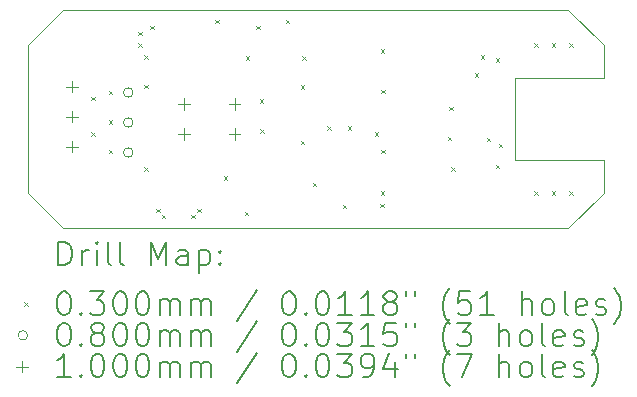
<source format=gbr>
%TF.GenerationSoftware,KiCad,Pcbnew,8.0.1*%
%TF.CreationDate,2024-10-18T10:30:48+02:00*%
%TF.ProjectId,Curmea,4375726d-6561-42e6-9b69-6361645f7063,rev?*%
%TF.SameCoordinates,Original*%
%TF.FileFunction,Drillmap*%
%TF.FilePolarity,Positive*%
%FSLAX45Y45*%
G04 Gerber Fmt 4.5, Leading zero omitted, Abs format (unit mm)*
G04 Created by KiCad (PCBNEW 8.0.1) date 2024-10-18 10:30:48*
%MOMM*%
%LPD*%
G01*
G04 APERTURE LIST*
%ADD10C,0.050000*%
%ADD11C,0.200000*%
%ADD12C,0.100000*%
G04 APERTURE END LIST*
D10*
X15475000Y-7525000D02*
X15475000Y-8225000D01*
X16225000Y-8500000D02*
X15925000Y-8800000D01*
X15925000Y-6950000D02*
X11650000Y-6950000D01*
X11350000Y-7250000D02*
X11350000Y-8500000D01*
X15925000Y-8800000D02*
X11650000Y-8800000D01*
X16225000Y-8225000D02*
X16225000Y-8500000D01*
X11650000Y-8800000D02*
X11350000Y-8500000D01*
X15475000Y-8225000D02*
X16225000Y-8225000D01*
X16225000Y-7250000D02*
X16225000Y-7525000D01*
X15925000Y-6950000D02*
X16225000Y-7250000D01*
X11650000Y-6950000D02*
X11350000Y-7250000D01*
X16225000Y-7525000D02*
X15475000Y-7525000D01*
D11*
D12*
X11885000Y-7685000D02*
X11915000Y-7715000D01*
X11915000Y-7685000D02*
X11885000Y-7715000D01*
X11885000Y-7985000D02*
X11915000Y-8015000D01*
X11915000Y-7985000D02*
X11885000Y-8015000D01*
X12035000Y-7635000D02*
X12065000Y-7665000D01*
X12065000Y-7635000D02*
X12035000Y-7665000D01*
X12035000Y-7885000D02*
X12065000Y-7915000D01*
X12065000Y-7885000D02*
X12035000Y-7915000D01*
X12035000Y-8135000D02*
X12065000Y-8165000D01*
X12065000Y-8135000D02*
X12035000Y-8165000D01*
X12285000Y-7135000D02*
X12315000Y-7165000D01*
X12315000Y-7135000D02*
X12285000Y-7165000D01*
X12285000Y-7235000D02*
X12315000Y-7265000D01*
X12315000Y-7235000D02*
X12285000Y-7265000D01*
X12335000Y-7335000D02*
X12365000Y-7365000D01*
X12365000Y-7335000D02*
X12335000Y-7365000D01*
X12335000Y-7585000D02*
X12365000Y-7615000D01*
X12365000Y-7585000D02*
X12335000Y-7615000D01*
X12335000Y-8285000D02*
X12365000Y-8315000D01*
X12365000Y-8285000D02*
X12335000Y-8315000D01*
X12385000Y-7085000D02*
X12415000Y-7115000D01*
X12415000Y-7085000D02*
X12385000Y-7115000D01*
X12435000Y-8635000D02*
X12465000Y-8665000D01*
X12465000Y-8635000D02*
X12435000Y-8665000D01*
X12485000Y-8685000D02*
X12515000Y-8715000D01*
X12515000Y-8685000D02*
X12485000Y-8715000D01*
X12735000Y-8685000D02*
X12765000Y-8715000D01*
X12765000Y-8685000D02*
X12735000Y-8715000D01*
X12785000Y-8635000D02*
X12815000Y-8665000D01*
X12815000Y-8635000D02*
X12785000Y-8665000D01*
X12935000Y-7035000D02*
X12965000Y-7065000D01*
X12965000Y-7035000D02*
X12935000Y-7065000D01*
X13010000Y-8360000D02*
X13040000Y-8390000D01*
X13040000Y-8360000D02*
X13010000Y-8390000D01*
X13185000Y-8660000D02*
X13215000Y-8690000D01*
X13215000Y-8660000D02*
X13185000Y-8690000D01*
X13195000Y-7345000D02*
X13225000Y-7375000D01*
X13225000Y-7345000D02*
X13195000Y-7375000D01*
X13285000Y-7085000D02*
X13315000Y-7115000D01*
X13315000Y-7085000D02*
X13285000Y-7115000D01*
X13312340Y-7708012D02*
X13342340Y-7738012D01*
X13342340Y-7708012D02*
X13312340Y-7738012D01*
X13315902Y-7960884D02*
X13345902Y-7990884D01*
X13345902Y-7960884D02*
X13315902Y-7990884D01*
X13535000Y-7035000D02*
X13565000Y-7065000D01*
X13565000Y-7035000D02*
X13535000Y-7065000D01*
X13660008Y-8058732D02*
X13690008Y-8088732D01*
X13690008Y-8058732D02*
X13660008Y-8088732D01*
X13661375Y-7590480D02*
X13691375Y-7620480D01*
X13691375Y-7590480D02*
X13661375Y-7620480D01*
X13675000Y-7345000D02*
X13705000Y-7375000D01*
X13705000Y-7345000D02*
X13675000Y-7375000D01*
X13760000Y-8415000D02*
X13790000Y-8445000D01*
X13790000Y-8415000D02*
X13760000Y-8445000D01*
X13885000Y-7935000D02*
X13915000Y-7965000D01*
X13915000Y-7935000D02*
X13885000Y-7965000D01*
X14015008Y-8600800D02*
X14045008Y-8630800D01*
X14045008Y-8600800D02*
X14015008Y-8630800D01*
X14060000Y-7935000D02*
X14090000Y-7965000D01*
X14090000Y-7935000D02*
X14060000Y-7965000D01*
X14285000Y-7985000D02*
X14315000Y-8015000D01*
X14315000Y-7985000D02*
X14285000Y-8015000D01*
X14335076Y-8592977D02*
X14365076Y-8622977D01*
X14365076Y-8592977D02*
X14335076Y-8622977D01*
X14337000Y-7285000D02*
X14367000Y-7315000D01*
X14367000Y-7285000D02*
X14337000Y-7315000D01*
X14338000Y-8485000D02*
X14368000Y-8515000D01*
X14368000Y-8485000D02*
X14338000Y-8515000D01*
X14340000Y-8135000D02*
X14370000Y-8165000D01*
X14370000Y-8135000D02*
X14340000Y-8165000D01*
X14341132Y-7625000D02*
X14371132Y-7655000D01*
X14371132Y-7625000D02*
X14341132Y-7655000D01*
X14905000Y-8025000D02*
X14935000Y-8055000D01*
X14935000Y-8025000D02*
X14905000Y-8055000D01*
X14919000Y-7769000D02*
X14949000Y-7799000D01*
X14949000Y-7769000D02*
X14919000Y-7799000D01*
X14935000Y-8285000D02*
X14965000Y-8315000D01*
X14965000Y-8285000D02*
X14935000Y-8315000D01*
X15135000Y-7485000D02*
X15165000Y-7515000D01*
X15165000Y-7485000D02*
X15135000Y-7515000D01*
X15185000Y-7335000D02*
X15215000Y-7365000D01*
X15215000Y-7335000D02*
X15185000Y-7365000D01*
X15235000Y-8035000D02*
X15265000Y-8065000D01*
X15265000Y-8035000D02*
X15235000Y-8065000D01*
X15310000Y-7360000D02*
X15340000Y-7390000D01*
X15340000Y-7360000D02*
X15310000Y-7390000D01*
X15310000Y-8260000D02*
X15340000Y-8290000D01*
X15340000Y-8260000D02*
X15310000Y-8290000D01*
X15335000Y-8085000D02*
X15365000Y-8115000D01*
X15365000Y-8085000D02*
X15335000Y-8115000D01*
X15635000Y-7235000D02*
X15665000Y-7265000D01*
X15665000Y-7235000D02*
X15635000Y-7265000D01*
X15635000Y-8485000D02*
X15665000Y-8515000D01*
X15665000Y-8485000D02*
X15635000Y-8515000D01*
X15785000Y-7235000D02*
X15815000Y-7265000D01*
X15815000Y-7235000D02*
X15785000Y-7265000D01*
X15785000Y-8485000D02*
X15815000Y-8515000D01*
X15815000Y-8485000D02*
X15785000Y-8515000D01*
X15935000Y-7235000D02*
X15965000Y-7265000D01*
X15965000Y-7235000D02*
X15935000Y-7265000D01*
X15935000Y-8485000D02*
X15965000Y-8515000D01*
X15965000Y-8485000D02*
X15935000Y-8515000D01*
X12240000Y-7650000D02*
G75*
G02*
X12160000Y-7650000I-40000J0D01*
G01*
X12160000Y-7650000D02*
G75*
G02*
X12240000Y-7650000I40000J0D01*
G01*
X12240000Y-7904000D02*
G75*
G02*
X12160000Y-7904000I-40000J0D01*
G01*
X12160000Y-7904000D02*
G75*
G02*
X12240000Y-7904000I40000J0D01*
G01*
X12240000Y-8158000D02*
G75*
G02*
X12160000Y-8158000I-40000J0D01*
G01*
X12160000Y-8158000D02*
G75*
G02*
X12240000Y-8158000I40000J0D01*
G01*
X11725000Y-7550000D02*
X11725000Y-7650000D01*
X11675000Y-7600000D02*
X11775000Y-7600000D01*
X11725000Y-7804000D02*
X11725000Y-7904000D01*
X11675000Y-7854000D02*
X11775000Y-7854000D01*
X11725000Y-8058000D02*
X11725000Y-8158000D01*
X11675000Y-8108000D02*
X11775000Y-8108000D01*
X12675000Y-7700000D02*
X12675000Y-7800000D01*
X12625000Y-7750000D02*
X12725000Y-7750000D01*
X12675000Y-7954000D02*
X12675000Y-8054000D01*
X12625000Y-8004000D02*
X12725000Y-8004000D01*
X13100000Y-7700000D02*
X13100000Y-7800000D01*
X13050000Y-7750000D02*
X13150000Y-7750000D01*
X13100000Y-7954000D02*
X13100000Y-8054000D01*
X13050000Y-8004000D02*
X13150000Y-8004000D01*
D11*
X11608277Y-9113984D02*
X11608277Y-8913984D01*
X11608277Y-8913984D02*
X11655896Y-8913984D01*
X11655896Y-8913984D02*
X11684467Y-8923508D01*
X11684467Y-8923508D02*
X11703515Y-8942555D01*
X11703515Y-8942555D02*
X11713039Y-8961603D01*
X11713039Y-8961603D02*
X11722562Y-8999698D01*
X11722562Y-8999698D02*
X11722562Y-9028270D01*
X11722562Y-9028270D02*
X11713039Y-9066365D01*
X11713039Y-9066365D02*
X11703515Y-9085412D01*
X11703515Y-9085412D02*
X11684467Y-9104460D01*
X11684467Y-9104460D02*
X11655896Y-9113984D01*
X11655896Y-9113984D02*
X11608277Y-9113984D01*
X11808277Y-9113984D02*
X11808277Y-8980650D01*
X11808277Y-9018746D02*
X11817801Y-8999698D01*
X11817801Y-8999698D02*
X11827324Y-8990174D01*
X11827324Y-8990174D02*
X11846372Y-8980650D01*
X11846372Y-8980650D02*
X11865420Y-8980650D01*
X11932086Y-9113984D02*
X11932086Y-8980650D01*
X11932086Y-8913984D02*
X11922562Y-8923508D01*
X11922562Y-8923508D02*
X11932086Y-8933031D01*
X11932086Y-8933031D02*
X11941610Y-8923508D01*
X11941610Y-8923508D02*
X11932086Y-8913984D01*
X11932086Y-8913984D02*
X11932086Y-8933031D01*
X12055896Y-9113984D02*
X12036848Y-9104460D01*
X12036848Y-9104460D02*
X12027324Y-9085412D01*
X12027324Y-9085412D02*
X12027324Y-8913984D01*
X12160658Y-9113984D02*
X12141610Y-9104460D01*
X12141610Y-9104460D02*
X12132086Y-9085412D01*
X12132086Y-9085412D02*
X12132086Y-8913984D01*
X12389229Y-9113984D02*
X12389229Y-8913984D01*
X12389229Y-8913984D02*
X12455896Y-9056841D01*
X12455896Y-9056841D02*
X12522562Y-8913984D01*
X12522562Y-8913984D02*
X12522562Y-9113984D01*
X12703515Y-9113984D02*
X12703515Y-9009222D01*
X12703515Y-9009222D02*
X12693991Y-8990174D01*
X12693991Y-8990174D02*
X12674943Y-8980650D01*
X12674943Y-8980650D02*
X12636848Y-8980650D01*
X12636848Y-8980650D02*
X12617801Y-8990174D01*
X12703515Y-9104460D02*
X12684467Y-9113984D01*
X12684467Y-9113984D02*
X12636848Y-9113984D01*
X12636848Y-9113984D02*
X12617801Y-9104460D01*
X12617801Y-9104460D02*
X12608277Y-9085412D01*
X12608277Y-9085412D02*
X12608277Y-9066365D01*
X12608277Y-9066365D02*
X12617801Y-9047317D01*
X12617801Y-9047317D02*
X12636848Y-9037793D01*
X12636848Y-9037793D02*
X12684467Y-9037793D01*
X12684467Y-9037793D02*
X12703515Y-9028270D01*
X12798753Y-8980650D02*
X12798753Y-9180650D01*
X12798753Y-8990174D02*
X12817801Y-8980650D01*
X12817801Y-8980650D02*
X12855896Y-8980650D01*
X12855896Y-8980650D02*
X12874943Y-8990174D01*
X12874943Y-8990174D02*
X12884467Y-8999698D01*
X12884467Y-8999698D02*
X12893991Y-9018746D01*
X12893991Y-9018746D02*
X12893991Y-9075889D01*
X12893991Y-9075889D02*
X12884467Y-9094936D01*
X12884467Y-9094936D02*
X12874943Y-9104460D01*
X12874943Y-9104460D02*
X12855896Y-9113984D01*
X12855896Y-9113984D02*
X12817801Y-9113984D01*
X12817801Y-9113984D02*
X12798753Y-9104460D01*
X12979705Y-9094936D02*
X12989229Y-9104460D01*
X12989229Y-9104460D02*
X12979705Y-9113984D01*
X12979705Y-9113984D02*
X12970182Y-9104460D01*
X12970182Y-9104460D02*
X12979705Y-9094936D01*
X12979705Y-9094936D02*
X12979705Y-9113984D01*
X12979705Y-8990174D02*
X12989229Y-8999698D01*
X12989229Y-8999698D02*
X12979705Y-9009222D01*
X12979705Y-9009222D02*
X12970182Y-8999698D01*
X12970182Y-8999698D02*
X12979705Y-8990174D01*
X12979705Y-8990174D02*
X12979705Y-9009222D01*
D12*
X11317500Y-9427500D02*
X11347500Y-9457500D01*
X11347500Y-9427500D02*
X11317500Y-9457500D01*
D11*
X11646372Y-9333984D02*
X11665420Y-9333984D01*
X11665420Y-9333984D02*
X11684467Y-9343508D01*
X11684467Y-9343508D02*
X11693991Y-9353031D01*
X11693991Y-9353031D02*
X11703515Y-9372079D01*
X11703515Y-9372079D02*
X11713039Y-9410174D01*
X11713039Y-9410174D02*
X11713039Y-9457793D01*
X11713039Y-9457793D02*
X11703515Y-9495889D01*
X11703515Y-9495889D02*
X11693991Y-9514936D01*
X11693991Y-9514936D02*
X11684467Y-9524460D01*
X11684467Y-9524460D02*
X11665420Y-9533984D01*
X11665420Y-9533984D02*
X11646372Y-9533984D01*
X11646372Y-9533984D02*
X11627324Y-9524460D01*
X11627324Y-9524460D02*
X11617801Y-9514936D01*
X11617801Y-9514936D02*
X11608277Y-9495889D01*
X11608277Y-9495889D02*
X11598753Y-9457793D01*
X11598753Y-9457793D02*
X11598753Y-9410174D01*
X11598753Y-9410174D02*
X11608277Y-9372079D01*
X11608277Y-9372079D02*
X11617801Y-9353031D01*
X11617801Y-9353031D02*
X11627324Y-9343508D01*
X11627324Y-9343508D02*
X11646372Y-9333984D01*
X11798753Y-9514936D02*
X11808277Y-9524460D01*
X11808277Y-9524460D02*
X11798753Y-9533984D01*
X11798753Y-9533984D02*
X11789229Y-9524460D01*
X11789229Y-9524460D02*
X11798753Y-9514936D01*
X11798753Y-9514936D02*
X11798753Y-9533984D01*
X11874943Y-9333984D02*
X11998753Y-9333984D01*
X11998753Y-9333984D02*
X11932086Y-9410174D01*
X11932086Y-9410174D02*
X11960658Y-9410174D01*
X11960658Y-9410174D02*
X11979705Y-9419698D01*
X11979705Y-9419698D02*
X11989229Y-9429222D01*
X11989229Y-9429222D02*
X11998753Y-9448270D01*
X11998753Y-9448270D02*
X11998753Y-9495889D01*
X11998753Y-9495889D02*
X11989229Y-9514936D01*
X11989229Y-9514936D02*
X11979705Y-9524460D01*
X11979705Y-9524460D02*
X11960658Y-9533984D01*
X11960658Y-9533984D02*
X11903515Y-9533984D01*
X11903515Y-9533984D02*
X11884467Y-9524460D01*
X11884467Y-9524460D02*
X11874943Y-9514936D01*
X12122562Y-9333984D02*
X12141610Y-9333984D01*
X12141610Y-9333984D02*
X12160658Y-9343508D01*
X12160658Y-9343508D02*
X12170182Y-9353031D01*
X12170182Y-9353031D02*
X12179705Y-9372079D01*
X12179705Y-9372079D02*
X12189229Y-9410174D01*
X12189229Y-9410174D02*
X12189229Y-9457793D01*
X12189229Y-9457793D02*
X12179705Y-9495889D01*
X12179705Y-9495889D02*
X12170182Y-9514936D01*
X12170182Y-9514936D02*
X12160658Y-9524460D01*
X12160658Y-9524460D02*
X12141610Y-9533984D01*
X12141610Y-9533984D02*
X12122562Y-9533984D01*
X12122562Y-9533984D02*
X12103515Y-9524460D01*
X12103515Y-9524460D02*
X12093991Y-9514936D01*
X12093991Y-9514936D02*
X12084467Y-9495889D01*
X12084467Y-9495889D02*
X12074943Y-9457793D01*
X12074943Y-9457793D02*
X12074943Y-9410174D01*
X12074943Y-9410174D02*
X12084467Y-9372079D01*
X12084467Y-9372079D02*
X12093991Y-9353031D01*
X12093991Y-9353031D02*
X12103515Y-9343508D01*
X12103515Y-9343508D02*
X12122562Y-9333984D01*
X12313039Y-9333984D02*
X12332086Y-9333984D01*
X12332086Y-9333984D02*
X12351134Y-9343508D01*
X12351134Y-9343508D02*
X12360658Y-9353031D01*
X12360658Y-9353031D02*
X12370182Y-9372079D01*
X12370182Y-9372079D02*
X12379705Y-9410174D01*
X12379705Y-9410174D02*
X12379705Y-9457793D01*
X12379705Y-9457793D02*
X12370182Y-9495889D01*
X12370182Y-9495889D02*
X12360658Y-9514936D01*
X12360658Y-9514936D02*
X12351134Y-9524460D01*
X12351134Y-9524460D02*
X12332086Y-9533984D01*
X12332086Y-9533984D02*
X12313039Y-9533984D01*
X12313039Y-9533984D02*
X12293991Y-9524460D01*
X12293991Y-9524460D02*
X12284467Y-9514936D01*
X12284467Y-9514936D02*
X12274943Y-9495889D01*
X12274943Y-9495889D02*
X12265420Y-9457793D01*
X12265420Y-9457793D02*
X12265420Y-9410174D01*
X12265420Y-9410174D02*
X12274943Y-9372079D01*
X12274943Y-9372079D02*
X12284467Y-9353031D01*
X12284467Y-9353031D02*
X12293991Y-9343508D01*
X12293991Y-9343508D02*
X12313039Y-9333984D01*
X12465420Y-9533984D02*
X12465420Y-9400650D01*
X12465420Y-9419698D02*
X12474943Y-9410174D01*
X12474943Y-9410174D02*
X12493991Y-9400650D01*
X12493991Y-9400650D02*
X12522563Y-9400650D01*
X12522563Y-9400650D02*
X12541610Y-9410174D01*
X12541610Y-9410174D02*
X12551134Y-9429222D01*
X12551134Y-9429222D02*
X12551134Y-9533984D01*
X12551134Y-9429222D02*
X12560658Y-9410174D01*
X12560658Y-9410174D02*
X12579705Y-9400650D01*
X12579705Y-9400650D02*
X12608277Y-9400650D01*
X12608277Y-9400650D02*
X12627324Y-9410174D01*
X12627324Y-9410174D02*
X12636848Y-9429222D01*
X12636848Y-9429222D02*
X12636848Y-9533984D01*
X12732086Y-9533984D02*
X12732086Y-9400650D01*
X12732086Y-9419698D02*
X12741610Y-9410174D01*
X12741610Y-9410174D02*
X12760658Y-9400650D01*
X12760658Y-9400650D02*
X12789229Y-9400650D01*
X12789229Y-9400650D02*
X12808277Y-9410174D01*
X12808277Y-9410174D02*
X12817801Y-9429222D01*
X12817801Y-9429222D02*
X12817801Y-9533984D01*
X12817801Y-9429222D02*
X12827324Y-9410174D01*
X12827324Y-9410174D02*
X12846372Y-9400650D01*
X12846372Y-9400650D02*
X12874943Y-9400650D01*
X12874943Y-9400650D02*
X12893991Y-9410174D01*
X12893991Y-9410174D02*
X12903515Y-9429222D01*
X12903515Y-9429222D02*
X12903515Y-9533984D01*
X13293991Y-9324460D02*
X13122563Y-9581603D01*
X13551134Y-9333984D02*
X13570182Y-9333984D01*
X13570182Y-9333984D02*
X13589229Y-9343508D01*
X13589229Y-9343508D02*
X13598753Y-9353031D01*
X13598753Y-9353031D02*
X13608277Y-9372079D01*
X13608277Y-9372079D02*
X13617801Y-9410174D01*
X13617801Y-9410174D02*
X13617801Y-9457793D01*
X13617801Y-9457793D02*
X13608277Y-9495889D01*
X13608277Y-9495889D02*
X13598753Y-9514936D01*
X13598753Y-9514936D02*
X13589229Y-9524460D01*
X13589229Y-9524460D02*
X13570182Y-9533984D01*
X13570182Y-9533984D02*
X13551134Y-9533984D01*
X13551134Y-9533984D02*
X13532086Y-9524460D01*
X13532086Y-9524460D02*
X13522563Y-9514936D01*
X13522563Y-9514936D02*
X13513039Y-9495889D01*
X13513039Y-9495889D02*
X13503515Y-9457793D01*
X13503515Y-9457793D02*
X13503515Y-9410174D01*
X13503515Y-9410174D02*
X13513039Y-9372079D01*
X13513039Y-9372079D02*
X13522563Y-9353031D01*
X13522563Y-9353031D02*
X13532086Y-9343508D01*
X13532086Y-9343508D02*
X13551134Y-9333984D01*
X13703515Y-9514936D02*
X13713039Y-9524460D01*
X13713039Y-9524460D02*
X13703515Y-9533984D01*
X13703515Y-9533984D02*
X13693991Y-9524460D01*
X13693991Y-9524460D02*
X13703515Y-9514936D01*
X13703515Y-9514936D02*
X13703515Y-9533984D01*
X13836848Y-9333984D02*
X13855896Y-9333984D01*
X13855896Y-9333984D02*
X13874944Y-9343508D01*
X13874944Y-9343508D02*
X13884467Y-9353031D01*
X13884467Y-9353031D02*
X13893991Y-9372079D01*
X13893991Y-9372079D02*
X13903515Y-9410174D01*
X13903515Y-9410174D02*
X13903515Y-9457793D01*
X13903515Y-9457793D02*
X13893991Y-9495889D01*
X13893991Y-9495889D02*
X13884467Y-9514936D01*
X13884467Y-9514936D02*
X13874944Y-9524460D01*
X13874944Y-9524460D02*
X13855896Y-9533984D01*
X13855896Y-9533984D02*
X13836848Y-9533984D01*
X13836848Y-9533984D02*
X13817801Y-9524460D01*
X13817801Y-9524460D02*
X13808277Y-9514936D01*
X13808277Y-9514936D02*
X13798753Y-9495889D01*
X13798753Y-9495889D02*
X13789229Y-9457793D01*
X13789229Y-9457793D02*
X13789229Y-9410174D01*
X13789229Y-9410174D02*
X13798753Y-9372079D01*
X13798753Y-9372079D02*
X13808277Y-9353031D01*
X13808277Y-9353031D02*
X13817801Y-9343508D01*
X13817801Y-9343508D02*
X13836848Y-9333984D01*
X14093991Y-9533984D02*
X13979706Y-9533984D01*
X14036848Y-9533984D02*
X14036848Y-9333984D01*
X14036848Y-9333984D02*
X14017801Y-9362555D01*
X14017801Y-9362555D02*
X13998753Y-9381603D01*
X13998753Y-9381603D02*
X13979706Y-9391127D01*
X14284467Y-9533984D02*
X14170182Y-9533984D01*
X14227325Y-9533984D02*
X14227325Y-9333984D01*
X14227325Y-9333984D02*
X14208277Y-9362555D01*
X14208277Y-9362555D02*
X14189229Y-9381603D01*
X14189229Y-9381603D02*
X14170182Y-9391127D01*
X14398753Y-9419698D02*
X14379706Y-9410174D01*
X14379706Y-9410174D02*
X14370182Y-9400650D01*
X14370182Y-9400650D02*
X14360658Y-9381603D01*
X14360658Y-9381603D02*
X14360658Y-9372079D01*
X14360658Y-9372079D02*
X14370182Y-9353031D01*
X14370182Y-9353031D02*
X14379706Y-9343508D01*
X14379706Y-9343508D02*
X14398753Y-9333984D01*
X14398753Y-9333984D02*
X14436848Y-9333984D01*
X14436848Y-9333984D02*
X14455896Y-9343508D01*
X14455896Y-9343508D02*
X14465420Y-9353031D01*
X14465420Y-9353031D02*
X14474944Y-9372079D01*
X14474944Y-9372079D02*
X14474944Y-9381603D01*
X14474944Y-9381603D02*
X14465420Y-9400650D01*
X14465420Y-9400650D02*
X14455896Y-9410174D01*
X14455896Y-9410174D02*
X14436848Y-9419698D01*
X14436848Y-9419698D02*
X14398753Y-9419698D01*
X14398753Y-9419698D02*
X14379706Y-9429222D01*
X14379706Y-9429222D02*
X14370182Y-9438746D01*
X14370182Y-9438746D02*
X14360658Y-9457793D01*
X14360658Y-9457793D02*
X14360658Y-9495889D01*
X14360658Y-9495889D02*
X14370182Y-9514936D01*
X14370182Y-9514936D02*
X14379706Y-9524460D01*
X14379706Y-9524460D02*
X14398753Y-9533984D01*
X14398753Y-9533984D02*
X14436848Y-9533984D01*
X14436848Y-9533984D02*
X14455896Y-9524460D01*
X14455896Y-9524460D02*
X14465420Y-9514936D01*
X14465420Y-9514936D02*
X14474944Y-9495889D01*
X14474944Y-9495889D02*
X14474944Y-9457793D01*
X14474944Y-9457793D02*
X14465420Y-9438746D01*
X14465420Y-9438746D02*
X14455896Y-9429222D01*
X14455896Y-9429222D02*
X14436848Y-9419698D01*
X14551134Y-9333984D02*
X14551134Y-9372079D01*
X14627325Y-9333984D02*
X14627325Y-9372079D01*
X14922563Y-9610174D02*
X14913039Y-9600650D01*
X14913039Y-9600650D02*
X14893991Y-9572079D01*
X14893991Y-9572079D02*
X14884468Y-9553031D01*
X14884468Y-9553031D02*
X14874944Y-9524460D01*
X14874944Y-9524460D02*
X14865420Y-9476841D01*
X14865420Y-9476841D02*
X14865420Y-9438746D01*
X14865420Y-9438746D02*
X14874944Y-9391127D01*
X14874944Y-9391127D02*
X14884468Y-9362555D01*
X14884468Y-9362555D02*
X14893991Y-9343508D01*
X14893991Y-9343508D02*
X14913039Y-9314936D01*
X14913039Y-9314936D02*
X14922563Y-9305412D01*
X15093991Y-9333984D02*
X14998753Y-9333984D01*
X14998753Y-9333984D02*
X14989229Y-9429222D01*
X14989229Y-9429222D02*
X14998753Y-9419698D01*
X14998753Y-9419698D02*
X15017801Y-9410174D01*
X15017801Y-9410174D02*
X15065420Y-9410174D01*
X15065420Y-9410174D02*
X15084468Y-9419698D01*
X15084468Y-9419698D02*
X15093991Y-9429222D01*
X15093991Y-9429222D02*
X15103515Y-9448270D01*
X15103515Y-9448270D02*
X15103515Y-9495889D01*
X15103515Y-9495889D02*
X15093991Y-9514936D01*
X15093991Y-9514936D02*
X15084468Y-9524460D01*
X15084468Y-9524460D02*
X15065420Y-9533984D01*
X15065420Y-9533984D02*
X15017801Y-9533984D01*
X15017801Y-9533984D02*
X14998753Y-9524460D01*
X14998753Y-9524460D02*
X14989229Y-9514936D01*
X15293991Y-9533984D02*
X15179706Y-9533984D01*
X15236848Y-9533984D02*
X15236848Y-9333984D01*
X15236848Y-9333984D02*
X15217801Y-9362555D01*
X15217801Y-9362555D02*
X15198753Y-9381603D01*
X15198753Y-9381603D02*
X15179706Y-9391127D01*
X15532087Y-9533984D02*
X15532087Y-9333984D01*
X15617801Y-9533984D02*
X15617801Y-9429222D01*
X15617801Y-9429222D02*
X15608277Y-9410174D01*
X15608277Y-9410174D02*
X15589230Y-9400650D01*
X15589230Y-9400650D02*
X15560658Y-9400650D01*
X15560658Y-9400650D02*
X15541610Y-9410174D01*
X15541610Y-9410174D02*
X15532087Y-9419698D01*
X15741610Y-9533984D02*
X15722563Y-9524460D01*
X15722563Y-9524460D02*
X15713039Y-9514936D01*
X15713039Y-9514936D02*
X15703515Y-9495889D01*
X15703515Y-9495889D02*
X15703515Y-9438746D01*
X15703515Y-9438746D02*
X15713039Y-9419698D01*
X15713039Y-9419698D02*
X15722563Y-9410174D01*
X15722563Y-9410174D02*
X15741610Y-9400650D01*
X15741610Y-9400650D02*
X15770182Y-9400650D01*
X15770182Y-9400650D02*
X15789230Y-9410174D01*
X15789230Y-9410174D02*
X15798753Y-9419698D01*
X15798753Y-9419698D02*
X15808277Y-9438746D01*
X15808277Y-9438746D02*
X15808277Y-9495889D01*
X15808277Y-9495889D02*
X15798753Y-9514936D01*
X15798753Y-9514936D02*
X15789230Y-9524460D01*
X15789230Y-9524460D02*
X15770182Y-9533984D01*
X15770182Y-9533984D02*
X15741610Y-9533984D01*
X15922563Y-9533984D02*
X15903515Y-9524460D01*
X15903515Y-9524460D02*
X15893991Y-9505412D01*
X15893991Y-9505412D02*
X15893991Y-9333984D01*
X16074944Y-9524460D02*
X16055896Y-9533984D01*
X16055896Y-9533984D02*
X16017801Y-9533984D01*
X16017801Y-9533984D02*
X15998753Y-9524460D01*
X15998753Y-9524460D02*
X15989230Y-9505412D01*
X15989230Y-9505412D02*
X15989230Y-9429222D01*
X15989230Y-9429222D02*
X15998753Y-9410174D01*
X15998753Y-9410174D02*
X16017801Y-9400650D01*
X16017801Y-9400650D02*
X16055896Y-9400650D01*
X16055896Y-9400650D02*
X16074944Y-9410174D01*
X16074944Y-9410174D02*
X16084468Y-9429222D01*
X16084468Y-9429222D02*
X16084468Y-9448270D01*
X16084468Y-9448270D02*
X15989230Y-9467317D01*
X16160658Y-9524460D02*
X16179706Y-9533984D01*
X16179706Y-9533984D02*
X16217801Y-9533984D01*
X16217801Y-9533984D02*
X16236849Y-9524460D01*
X16236849Y-9524460D02*
X16246372Y-9505412D01*
X16246372Y-9505412D02*
X16246372Y-9495889D01*
X16246372Y-9495889D02*
X16236849Y-9476841D01*
X16236849Y-9476841D02*
X16217801Y-9467317D01*
X16217801Y-9467317D02*
X16189230Y-9467317D01*
X16189230Y-9467317D02*
X16170182Y-9457793D01*
X16170182Y-9457793D02*
X16160658Y-9438746D01*
X16160658Y-9438746D02*
X16160658Y-9429222D01*
X16160658Y-9429222D02*
X16170182Y-9410174D01*
X16170182Y-9410174D02*
X16189230Y-9400650D01*
X16189230Y-9400650D02*
X16217801Y-9400650D01*
X16217801Y-9400650D02*
X16236849Y-9410174D01*
X16313039Y-9610174D02*
X16322563Y-9600650D01*
X16322563Y-9600650D02*
X16341611Y-9572079D01*
X16341611Y-9572079D02*
X16351134Y-9553031D01*
X16351134Y-9553031D02*
X16360658Y-9524460D01*
X16360658Y-9524460D02*
X16370182Y-9476841D01*
X16370182Y-9476841D02*
X16370182Y-9438746D01*
X16370182Y-9438746D02*
X16360658Y-9391127D01*
X16360658Y-9391127D02*
X16351134Y-9362555D01*
X16351134Y-9362555D02*
X16341611Y-9343508D01*
X16341611Y-9343508D02*
X16322563Y-9314936D01*
X16322563Y-9314936D02*
X16313039Y-9305412D01*
D12*
X11347500Y-9706500D02*
G75*
G02*
X11267500Y-9706500I-40000J0D01*
G01*
X11267500Y-9706500D02*
G75*
G02*
X11347500Y-9706500I40000J0D01*
G01*
D11*
X11646372Y-9597984D02*
X11665420Y-9597984D01*
X11665420Y-9597984D02*
X11684467Y-9607508D01*
X11684467Y-9607508D02*
X11693991Y-9617031D01*
X11693991Y-9617031D02*
X11703515Y-9636079D01*
X11703515Y-9636079D02*
X11713039Y-9674174D01*
X11713039Y-9674174D02*
X11713039Y-9721793D01*
X11713039Y-9721793D02*
X11703515Y-9759889D01*
X11703515Y-9759889D02*
X11693991Y-9778936D01*
X11693991Y-9778936D02*
X11684467Y-9788460D01*
X11684467Y-9788460D02*
X11665420Y-9797984D01*
X11665420Y-9797984D02*
X11646372Y-9797984D01*
X11646372Y-9797984D02*
X11627324Y-9788460D01*
X11627324Y-9788460D02*
X11617801Y-9778936D01*
X11617801Y-9778936D02*
X11608277Y-9759889D01*
X11608277Y-9759889D02*
X11598753Y-9721793D01*
X11598753Y-9721793D02*
X11598753Y-9674174D01*
X11598753Y-9674174D02*
X11608277Y-9636079D01*
X11608277Y-9636079D02*
X11617801Y-9617031D01*
X11617801Y-9617031D02*
X11627324Y-9607508D01*
X11627324Y-9607508D02*
X11646372Y-9597984D01*
X11798753Y-9778936D02*
X11808277Y-9788460D01*
X11808277Y-9788460D02*
X11798753Y-9797984D01*
X11798753Y-9797984D02*
X11789229Y-9788460D01*
X11789229Y-9788460D02*
X11798753Y-9778936D01*
X11798753Y-9778936D02*
X11798753Y-9797984D01*
X11922562Y-9683698D02*
X11903515Y-9674174D01*
X11903515Y-9674174D02*
X11893991Y-9664650D01*
X11893991Y-9664650D02*
X11884467Y-9645603D01*
X11884467Y-9645603D02*
X11884467Y-9636079D01*
X11884467Y-9636079D02*
X11893991Y-9617031D01*
X11893991Y-9617031D02*
X11903515Y-9607508D01*
X11903515Y-9607508D02*
X11922562Y-9597984D01*
X11922562Y-9597984D02*
X11960658Y-9597984D01*
X11960658Y-9597984D02*
X11979705Y-9607508D01*
X11979705Y-9607508D02*
X11989229Y-9617031D01*
X11989229Y-9617031D02*
X11998753Y-9636079D01*
X11998753Y-9636079D02*
X11998753Y-9645603D01*
X11998753Y-9645603D02*
X11989229Y-9664650D01*
X11989229Y-9664650D02*
X11979705Y-9674174D01*
X11979705Y-9674174D02*
X11960658Y-9683698D01*
X11960658Y-9683698D02*
X11922562Y-9683698D01*
X11922562Y-9683698D02*
X11903515Y-9693222D01*
X11903515Y-9693222D02*
X11893991Y-9702746D01*
X11893991Y-9702746D02*
X11884467Y-9721793D01*
X11884467Y-9721793D02*
X11884467Y-9759889D01*
X11884467Y-9759889D02*
X11893991Y-9778936D01*
X11893991Y-9778936D02*
X11903515Y-9788460D01*
X11903515Y-9788460D02*
X11922562Y-9797984D01*
X11922562Y-9797984D02*
X11960658Y-9797984D01*
X11960658Y-9797984D02*
X11979705Y-9788460D01*
X11979705Y-9788460D02*
X11989229Y-9778936D01*
X11989229Y-9778936D02*
X11998753Y-9759889D01*
X11998753Y-9759889D02*
X11998753Y-9721793D01*
X11998753Y-9721793D02*
X11989229Y-9702746D01*
X11989229Y-9702746D02*
X11979705Y-9693222D01*
X11979705Y-9693222D02*
X11960658Y-9683698D01*
X12122562Y-9597984D02*
X12141610Y-9597984D01*
X12141610Y-9597984D02*
X12160658Y-9607508D01*
X12160658Y-9607508D02*
X12170182Y-9617031D01*
X12170182Y-9617031D02*
X12179705Y-9636079D01*
X12179705Y-9636079D02*
X12189229Y-9674174D01*
X12189229Y-9674174D02*
X12189229Y-9721793D01*
X12189229Y-9721793D02*
X12179705Y-9759889D01*
X12179705Y-9759889D02*
X12170182Y-9778936D01*
X12170182Y-9778936D02*
X12160658Y-9788460D01*
X12160658Y-9788460D02*
X12141610Y-9797984D01*
X12141610Y-9797984D02*
X12122562Y-9797984D01*
X12122562Y-9797984D02*
X12103515Y-9788460D01*
X12103515Y-9788460D02*
X12093991Y-9778936D01*
X12093991Y-9778936D02*
X12084467Y-9759889D01*
X12084467Y-9759889D02*
X12074943Y-9721793D01*
X12074943Y-9721793D02*
X12074943Y-9674174D01*
X12074943Y-9674174D02*
X12084467Y-9636079D01*
X12084467Y-9636079D02*
X12093991Y-9617031D01*
X12093991Y-9617031D02*
X12103515Y-9607508D01*
X12103515Y-9607508D02*
X12122562Y-9597984D01*
X12313039Y-9597984D02*
X12332086Y-9597984D01*
X12332086Y-9597984D02*
X12351134Y-9607508D01*
X12351134Y-9607508D02*
X12360658Y-9617031D01*
X12360658Y-9617031D02*
X12370182Y-9636079D01*
X12370182Y-9636079D02*
X12379705Y-9674174D01*
X12379705Y-9674174D02*
X12379705Y-9721793D01*
X12379705Y-9721793D02*
X12370182Y-9759889D01*
X12370182Y-9759889D02*
X12360658Y-9778936D01*
X12360658Y-9778936D02*
X12351134Y-9788460D01*
X12351134Y-9788460D02*
X12332086Y-9797984D01*
X12332086Y-9797984D02*
X12313039Y-9797984D01*
X12313039Y-9797984D02*
X12293991Y-9788460D01*
X12293991Y-9788460D02*
X12284467Y-9778936D01*
X12284467Y-9778936D02*
X12274943Y-9759889D01*
X12274943Y-9759889D02*
X12265420Y-9721793D01*
X12265420Y-9721793D02*
X12265420Y-9674174D01*
X12265420Y-9674174D02*
X12274943Y-9636079D01*
X12274943Y-9636079D02*
X12284467Y-9617031D01*
X12284467Y-9617031D02*
X12293991Y-9607508D01*
X12293991Y-9607508D02*
X12313039Y-9597984D01*
X12465420Y-9797984D02*
X12465420Y-9664650D01*
X12465420Y-9683698D02*
X12474943Y-9674174D01*
X12474943Y-9674174D02*
X12493991Y-9664650D01*
X12493991Y-9664650D02*
X12522563Y-9664650D01*
X12522563Y-9664650D02*
X12541610Y-9674174D01*
X12541610Y-9674174D02*
X12551134Y-9693222D01*
X12551134Y-9693222D02*
X12551134Y-9797984D01*
X12551134Y-9693222D02*
X12560658Y-9674174D01*
X12560658Y-9674174D02*
X12579705Y-9664650D01*
X12579705Y-9664650D02*
X12608277Y-9664650D01*
X12608277Y-9664650D02*
X12627324Y-9674174D01*
X12627324Y-9674174D02*
X12636848Y-9693222D01*
X12636848Y-9693222D02*
X12636848Y-9797984D01*
X12732086Y-9797984D02*
X12732086Y-9664650D01*
X12732086Y-9683698D02*
X12741610Y-9674174D01*
X12741610Y-9674174D02*
X12760658Y-9664650D01*
X12760658Y-9664650D02*
X12789229Y-9664650D01*
X12789229Y-9664650D02*
X12808277Y-9674174D01*
X12808277Y-9674174D02*
X12817801Y-9693222D01*
X12817801Y-9693222D02*
X12817801Y-9797984D01*
X12817801Y-9693222D02*
X12827324Y-9674174D01*
X12827324Y-9674174D02*
X12846372Y-9664650D01*
X12846372Y-9664650D02*
X12874943Y-9664650D01*
X12874943Y-9664650D02*
X12893991Y-9674174D01*
X12893991Y-9674174D02*
X12903515Y-9693222D01*
X12903515Y-9693222D02*
X12903515Y-9797984D01*
X13293991Y-9588460D02*
X13122563Y-9845603D01*
X13551134Y-9597984D02*
X13570182Y-9597984D01*
X13570182Y-9597984D02*
X13589229Y-9607508D01*
X13589229Y-9607508D02*
X13598753Y-9617031D01*
X13598753Y-9617031D02*
X13608277Y-9636079D01*
X13608277Y-9636079D02*
X13617801Y-9674174D01*
X13617801Y-9674174D02*
X13617801Y-9721793D01*
X13617801Y-9721793D02*
X13608277Y-9759889D01*
X13608277Y-9759889D02*
X13598753Y-9778936D01*
X13598753Y-9778936D02*
X13589229Y-9788460D01*
X13589229Y-9788460D02*
X13570182Y-9797984D01*
X13570182Y-9797984D02*
X13551134Y-9797984D01*
X13551134Y-9797984D02*
X13532086Y-9788460D01*
X13532086Y-9788460D02*
X13522563Y-9778936D01*
X13522563Y-9778936D02*
X13513039Y-9759889D01*
X13513039Y-9759889D02*
X13503515Y-9721793D01*
X13503515Y-9721793D02*
X13503515Y-9674174D01*
X13503515Y-9674174D02*
X13513039Y-9636079D01*
X13513039Y-9636079D02*
X13522563Y-9617031D01*
X13522563Y-9617031D02*
X13532086Y-9607508D01*
X13532086Y-9607508D02*
X13551134Y-9597984D01*
X13703515Y-9778936D02*
X13713039Y-9788460D01*
X13713039Y-9788460D02*
X13703515Y-9797984D01*
X13703515Y-9797984D02*
X13693991Y-9788460D01*
X13693991Y-9788460D02*
X13703515Y-9778936D01*
X13703515Y-9778936D02*
X13703515Y-9797984D01*
X13836848Y-9597984D02*
X13855896Y-9597984D01*
X13855896Y-9597984D02*
X13874944Y-9607508D01*
X13874944Y-9607508D02*
X13884467Y-9617031D01*
X13884467Y-9617031D02*
X13893991Y-9636079D01*
X13893991Y-9636079D02*
X13903515Y-9674174D01*
X13903515Y-9674174D02*
X13903515Y-9721793D01*
X13903515Y-9721793D02*
X13893991Y-9759889D01*
X13893991Y-9759889D02*
X13884467Y-9778936D01*
X13884467Y-9778936D02*
X13874944Y-9788460D01*
X13874944Y-9788460D02*
X13855896Y-9797984D01*
X13855896Y-9797984D02*
X13836848Y-9797984D01*
X13836848Y-9797984D02*
X13817801Y-9788460D01*
X13817801Y-9788460D02*
X13808277Y-9778936D01*
X13808277Y-9778936D02*
X13798753Y-9759889D01*
X13798753Y-9759889D02*
X13789229Y-9721793D01*
X13789229Y-9721793D02*
X13789229Y-9674174D01*
X13789229Y-9674174D02*
X13798753Y-9636079D01*
X13798753Y-9636079D02*
X13808277Y-9617031D01*
X13808277Y-9617031D02*
X13817801Y-9607508D01*
X13817801Y-9607508D02*
X13836848Y-9597984D01*
X13970182Y-9597984D02*
X14093991Y-9597984D01*
X14093991Y-9597984D02*
X14027325Y-9674174D01*
X14027325Y-9674174D02*
X14055896Y-9674174D01*
X14055896Y-9674174D02*
X14074944Y-9683698D01*
X14074944Y-9683698D02*
X14084467Y-9693222D01*
X14084467Y-9693222D02*
X14093991Y-9712270D01*
X14093991Y-9712270D02*
X14093991Y-9759889D01*
X14093991Y-9759889D02*
X14084467Y-9778936D01*
X14084467Y-9778936D02*
X14074944Y-9788460D01*
X14074944Y-9788460D02*
X14055896Y-9797984D01*
X14055896Y-9797984D02*
X13998753Y-9797984D01*
X13998753Y-9797984D02*
X13979706Y-9788460D01*
X13979706Y-9788460D02*
X13970182Y-9778936D01*
X14284467Y-9797984D02*
X14170182Y-9797984D01*
X14227325Y-9797984D02*
X14227325Y-9597984D01*
X14227325Y-9597984D02*
X14208277Y-9626555D01*
X14208277Y-9626555D02*
X14189229Y-9645603D01*
X14189229Y-9645603D02*
X14170182Y-9655127D01*
X14465420Y-9597984D02*
X14370182Y-9597984D01*
X14370182Y-9597984D02*
X14360658Y-9693222D01*
X14360658Y-9693222D02*
X14370182Y-9683698D01*
X14370182Y-9683698D02*
X14389229Y-9674174D01*
X14389229Y-9674174D02*
X14436848Y-9674174D01*
X14436848Y-9674174D02*
X14455896Y-9683698D01*
X14455896Y-9683698D02*
X14465420Y-9693222D01*
X14465420Y-9693222D02*
X14474944Y-9712270D01*
X14474944Y-9712270D02*
X14474944Y-9759889D01*
X14474944Y-9759889D02*
X14465420Y-9778936D01*
X14465420Y-9778936D02*
X14455896Y-9788460D01*
X14455896Y-9788460D02*
X14436848Y-9797984D01*
X14436848Y-9797984D02*
X14389229Y-9797984D01*
X14389229Y-9797984D02*
X14370182Y-9788460D01*
X14370182Y-9788460D02*
X14360658Y-9778936D01*
X14551134Y-9597984D02*
X14551134Y-9636079D01*
X14627325Y-9597984D02*
X14627325Y-9636079D01*
X14922563Y-9874174D02*
X14913039Y-9864650D01*
X14913039Y-9864650D02*
X14893991Y-9836079D01*
X14893991Y-9836079D02*
X14884468Y-9817031D01*
X14884468Y-9817031D02*
X14874944Y-9788460D01*
X14874944Y-9788460D02*
X14865420Y-9740841D01*
X14865420Y-9740841D02*
X14865420Y-9702746D01*
X14865420Y-9702746D02*
X14874944Y-9655127D01*
X14874944Y-9655127D02*
X14884468Y-9626555D01*
X14884468Y-9626555D02*
X14893991Y-9607508D01*
X14893991Y-9607508D02*
X14913039Y-9578936D01*
X14913039Y-9578936D02*
X14922563Y-9569412D01*
X14979706Y-9597984D02*
X15103515Y-9597984D01*
X15103515Y-9597984D02*
X15036848Y-9674174D01*
X15036848Y-9674174D02*
X15065420Y-9674174D01*
X15065420Y-9674174D02*
X15084468Y-9683698D01*
X15084468Y-9683698D02*
X15093991Y-9693222D01*
X15093991Y-9693222D02*
X15103515Y-9712270D01*
X15103515Y-9712270D02*
X15103515Y-9759889D01*
X15103515Y-9759889D02*
X15093991Y-9778936D01*
X15093991Y-9778936D02*
X15084468Y-9788460D01*
X15084468Y-9788460D02*
X15065420Y-9797984D01*
X15065420Y-9797984D02*
X15008277Y-9797984D01*
X15008277Y-9797984D02*
X14989229Y-9788460D01*
X14989229Y-9788460D02*
X14979706Y-9778936D01*
X15341610Y-9797984D02*
X15341610Y-9597984D01*
X15427325Y-9797984D02*
X15427325Y-9693222D01*
X15427325Y-9693222D02*
X15417801Y-9674174D01*
X15417801Y-9674174D02*
X15398753Y-9664650D01*
X15398753Y-9664650D02*
X15370182Y-9664650D01*
X15370182Y-9664650D02*
X15351134Y-9674174D01*
X15351134Y-9674174D02*
X15341610Y-9683698D01*
X15551134Y-9797984D02*
X15532087Y-9788460D01*
X15532087Y-9788460D02*
X15522563Y-9778936D01*
X15522563Y-9778936D02*
X15513039Y-9759889D01*
X15513039Y-9759889D02*
X15513039Y-9702746D01*
X15513039Y-9702746D02*
X15522563Y-9683698D01*
X15522563Y-9683698D02*
X15532087Y-9674174D01*
X15532087Y-9674174D02*
X15551134Y-9664650D01*
X15551134Y-9664650D02*
X15579706Y-9664650D01*
X15579706Y-9664650D02*
X15598753Y-9674174D01*
X15598753Y-9674174D02*
X15608277Y-9683698D01*
X15608277Y-9683698D02*
X15617801Y-9702746D01*
X15617801Y-9702746D02*
X15617801Y-9759889D01*
X15617801Y-9759889D02*
X15608277Y-9778936D01*
X15608277Y-9778936D02*
X15598753Y-9788460D01*
X15598753Y-9788460D02*
X15579706Y-9797984D01*
X15579706Y-9797984D02*
X15551134Y-9797984D01*
X15732087Y-9797984D02*
X15713039Y-9788460D01*
X15713039Y-9788460D02*
X15703515Y-9769412D01*
X15703515Y-9769412D02*
X15703515Y-9597984D01*
X15884468Y-9788460D02*
X15865420Y-9797984D01*
X15865420Y-9797984D02*
X15827325Y-9797984D01*
X15827325Y-9797984D02*
X15808277Y-9788460D01*
X15808277Y-9788460D02*
X15798753Y-9769412D01*
X15798753Y-9769412D02*
X15798753Y-9693222D01*
X15798753Y-9693222D02*
X15808277Y-9674174D01*
X15808277Y-9674174D02*
X15827325Y-9664650D01*
X15827325Y-9664650D02*
X15865420Y-9664650D01*
X15865420Y-9664650D02*
X15884468Y-9674174D01*
X15884468Y-9674174D02*
X15893991Y-9693222D01*
X15893991Y-9693222D02*
X15893991Y-9712270D01*
X15893991Y-9712270D02*
X15798753Y-9731317D01*
X15970182Y-9788460D02*
X15989230Y-9797984D01*
X15989230Y-9797984D02*
X16027325Y-9797984D01*
X16027325Y-9797984D02*
X16046372Y-9788460D01*
X16046372Y-9788460D02*
X16055896Y-9769412D01*
X16055896Y-9769412D02*
X16055896Y-9759889D01*
X16055896Y-9759889D02*
X16046372Y-9740841D01*
X16046372Y-9740841D02*
X16027325Y-9731317D01*
X16027325Y-9731317D02*
X15998753Y-9731317D01*
X15998753Y-9731317D02*
X15979706Y-9721793D01*
X15979706Y-9721793D02*
X15970182Y-9702746D01*
X15970182Y-9702746D02*
X15970182Y-9693222D01*
X15970182Y-9693222D02*
X15979706Y-9674174D01*
X15979706Y-9674174D02*
X15998753Y-9664650D01*
X15998753Y-9664650D02*
X16027325Y-9664650D01*
X16027325Y-9664650D02*
X16046372Y-9674174D01*
X16122563Y-9874174D02*
X16132087Y-9864650D01*
X16132087Y-9864650D02*
X16151134Y-9836079D01*
X16151134Y-9836079D02*
X16160658Y-9817031D01*
X16160658Y-9817031D02*
X16170182Y-9788460D01*
X16170182Y-9788460D02*
X16179706Y-9740841D01*
X16179706Y-9740841D02*
X16179706Y-9702746D01*
X16179706Y-9702746D02*
X16170182Y-9655127D01*
X16170182Y-9655127D02*
X16160658Y-9626555D01*
X16160658Y-9626555D02*
X16151134Y-9607508D01*
X16151134Y-9607508D02*
X16132087Y-9578936D01*
X16132087Y-9578936D02*
X16122563Y-9569412D01*
D12*
X11297500Y-9920500D02*
X11297500Y-10020500D01*
X11247500Y-9970500D02*
X11347500Y-9970500D01*
D11*
X11713039Y-10061984D02*
X11598753Y-10061984D01*
X11655896Y-10061984D02*
X11655896Y-9861984D01*
X11655896Y-9861984D02*
X11636848Y-9890555D01*
X11636848Y-9890555D02*
X11617801Y-9909603D01*
X11617801Y-9909603D02*
X11598753Y-9919127D01*
X11798753Y-10042936D02*
X11808277Y-10052460D01*
X11808277Y-10052460D02*
X11798753Y-10061984D01*
X11798753Y-10061984D02*
X11789229Y-10052460D01*
X11789229Y-10052460D02*
X11798753Y-10042936D01*
X11798753Y-10042936D02*
X11798753Y-10061984D01*
X11932086Y-9861984D02*
X11951134Y-9861984D01*
X11951134Y-9861984D02*
X11970182Y-9871508D01*
X11970182Y-9871508D02*
X11979705Y-9881031D01*
X11979705Y-9881031D02*
X11989229Y-9900079D01*
X11989229Y-9900079D02*
X11998753Y-9938174D01*
X11998753Y-9938174D02*
X11998753Y-9985793D01*
X11998753Y-9985793D02*
X11989229Y-10023889D01*
X11989229Y-10023889D02*
X11979705Y-10042936D01*
X11979705Y-10042936D02*
X11970182Y-10052460D01*
X11970182Y-10052460D02*
X11951134Y-10061984D01*
X11951134Y-10061984D02*
X11932086Y-10061984D01*
X11932086Y-10061984D02*
X11913039Y-10052460D01*
X11913039Y-10052460D02*
X11903515Y-10042936D01*
X11903515Y-10042936D02*
X11893991Y-10023889D01*
X11893991Y-10023889D02*
X11884467Y-9985793D01*
X11884467Y-9985793D02*
X11884467Y-9938174D01*
X11884467Y-9938174D02*
X11893991Y-9900079D01*
X11893991Y-9900079D02*
X11903515Y-9881031D01*
X11903515Y-9881031D02*
X11913039Y-9871508D01*
X11913039Y-9871508D02*
X11932086Y-9861984D01*
X12122562Y-9861984D02*
X12141610Y-9861984D01*
X12141610Y-9861984D02*
X12160658Y-9871508D01*
X12160658Y-9871508D02*
X12170182Y-9881031D01*
X12170182Y-9881031D02*
X12179705Y-9900079D01*
X12179705Y-9900079D02*
X12189229Y-9938174D01*
X12189229Y-9938174D02*
X12189229Y-9985793D01*
X12189229Y-9985793D02*
X12179705Y-10023889D01*
X12179705Y-10023889D02*
X12170182Y-10042936D01*
X12170182Y-10042936D02*
X12160658Y-10052460D01*
X12160658Y-10052460D02*
X12141610Y-10061984D01*
X12141610Y-10061984D02*
X12122562Y-10061984D01*
X12122562Y-10061984D02*
X12103515Y-10052460D01*
X12103515Y-10052460D02*
X12093991Y-10042936D01*
X12093991Y-10042936D02*
X12084467Y-10023889D01*
X12084467Y-10023889D02*
X12074943Y-9985793D01*
X12074943Y-9985793D02*
X12074943Y-9938174D01*
X12074943Y-9938174D02*
X12084467Y-9900079D01*
X12084467Y-9900079D02*
X12093991Y-9881031D01*
X12093991Y-9881031D02*
X12103515Y-9871508D01*
X12103515Y-9871508D02*
X12122562Y-9861984D01*
X12313039Y-9861984D02*
X12332086Y-9861984D01*
X12332086Y-9861984D02*
X12351134Y-9871508D01*
X12351134Y-9871508D02*
X12360658Y-9881031D01*
X12360658Y-9881031D02*
X12370182Y-9900079D01*
X12370182Y-9900079D02*
X12379705Y-9938174D01*
X12379705Y-9938174D02*
X12379705Y-9985793D01*
X12379705Y-9985793D02*
X12370182Y-10023889D01*
X12370182Y-10023889D02*
X12360658Y-10042936D01*
X12360658Y-10042936D02*
X12351134Y-10052460D01*
X12351134Y-10052460D02*
X12332086Y-10061984D01*
X12332086Y-10061984D02*
X12313039Y-10061984D01*
X12313039Y-10061984D02*
X12293991Y-10052460D01*
X12293991Y-10052460D02*
X12284467Y-10042936D01*
X12284467Y-10042936D02*
X12274943Y-10023889D01*
X12274943Y-10023889D02*
X12265420Y-9985793D01*
X12265420Y-9985793D02*
X12265420Y-9938174D01*
X12265420Y-9938174D02*
X12274943Y-9900079D01*
X12274943Y-9900079D02*
X12284467Y-9881031D01*
X12284467Y-9881031D02*
X12293991Y-9871508D01*
X12293991Y-9871508D02*
X12313039Y-9861984D01*
X12465420Y-10061984D02*
X12465420Y-9928650D01*
X12465420Y-9947698D02*
X12474943Y-9938174D01*
X12474943Y-9938174D02*
X12493991Y-9928650D01*
X12493991Y-9928650D02*
X12522563Y-9928650D01*
X12522563Y-9928650D02*
X12541610Y-9938174D01*
X12541610Y-9938174D02*
X12551134Y-9957222D01*
X12551134Y-9957222D02*
X12551134Y-10061984D01*
X12551134Y-9957222D02*
X12560658Y-9938174D01*
X12560658Y-9938174D02*
X12579705Y-9928650D01*
X12579705Y-9928650D02*
X12608277Y-9928650D01*
X12608277Y-9928650D02*
X12627324Y-9938174D01*
X12627324Y-9938174D02*
X12636848Y-9957222D01*
X12636848Y-9957222D02*
X12636848Y-10061984D01*
X12732086Y-10061984D02*
X12732086Y-9928650D01*
X12732086Y-9947698D02*
X12741610Y-9938174D01*
X12741610Y-9938174D02*
X12760658Y-9928650D01*
X12760658Y-9928650D02*
X12789229Y-9928650D01*
X12789229Y-9928650D02*
X12808277Y-9938174D01*
X12808277Y-9938174D02*
X12817801Y-9957222D01*
X12817801Y-9957222D02*
X12817801Y-10061984D01*
X12817801Y-9957222D02*
X12827324Y-9938174D01*
X12827324Y-9938174D02*
X12846372Y-9928650D01*
X12846372Y-9928650D02*
X12874943Y-9928650D01*
X12874943Y-9928650D02*
X12893991Y-9938174D01*
X12893991Y-9938174D02*
X12903515Y-9957222D01*
X12903515Y-9957222D02*
X12903515Y-10061984D01*
X13293991Y-9852460D02*
X13122563Y-10109603D01*
X13551134Y-9861984D02*
X13570182Y-9861984D01*
X13570182Y-9861984D02*
X13589229Y-9871508D01*
X13589229Y-9871508D02*
X13598753Y-9881031D01*
X13598753Y-9881031D02*
X13608277Y-9900079D01*
X13608277Y-9900079D02*
X13617801Y-9938174D01*
X13617801Y-9938174D02*
X13617801Y-9985793D01*
X13617801Y-9985793D02*
X13608277Y-10023889D01*
X13608277Y-10023889D02*
X13598753Y-10042936D01*
X13598753Y-10042936D02*
X13589229Y-10052460D01*
X13589229Y-10052460D02*
X13570182Y-10061984D01*
X13570182Y-10061984D02*
X13551134Y-10061984D01*
X13551134Y-10061984D02*
X13532086Y-10052460D01*
X13532086Y-10052460D02*
X13522563Y-10042936D01*
X13522563Y-10042936D02*
X13513039Y-10023889D01*
X13513039Y-10023889D02*
X13503515Y-9985793D01*
X13503515Y-9985793D02*
X13503515Y-9938174D01*
X13503515Y-9938174D02*
X13513039Y-9900079D01*
X13513039Y-9900079D02*
X13522563Y-9881031D01*
X13522563Y-9881031D02*
X13532086Y-9871508D01*
X13532086Y-9871508D02*
X13551134Y-9861984D01*
X13703515Y-10042936D02*
X13713039Y-10052460D01*
X13713039Y-10052460D02*
X13703515Y-10061984D01*
X13703515Y-10061984D02*
X13693991Y-10052460D01*
X13693991Y-10052460D02*
X13703515Y-10042936D01*
X13703515Y-10042936D02*
X13703515Y-10061984D01*
X13836848Y-9861984D02*
X13855896Y-9861984D01*
X13855896Y-9861984D02*
X13874944Y-9871508D01*
X13874944Y-9871508D02*
X13884467Y-9881031D01*
X13884467Y-9881031D02*
X13893991Y-9900079D01*
X13893991Y-9900079D02*
X13903515Y-9938174D01*
X13903515Y-9938174D02*
X13903515Y-9985793D01*
X13903515Y-9985793D02*
X13893991Y-10023889D01*
X13893991Y-10023889D02*
X13884467Y-10042936D01*
X13884467Y-10042936D02*
X13874944Y-10052460D01*
X13874944Y-10052460D02*
X13855896Y-10061984D01*
X13855896Y-10061984D02*
X13836848Y-10061984D01*
X13836848Y-10061984D02*
X13817801Y-10052460D01*
X13817801Y-10052460D02*
X13808277Y-10042936D01*
X13808277Y-10042936D02*
X13798753Y-10023889D01*
X13798753Y-10023889D02*
X13789229Y-9985793D01*
X13789229Y-9985793D02*
X13789229Y-9938174D01*
X13789229Y-9938174D02*
X13798753Y-9900079D01*
X13798753Y-9900079D02*
X13808277Y-9881031D01*
X13808277Y-9881031D02*
X13817801Y-9871508D01*
X13817801Y-9871508D02*
X13836848Y-9861984D01*
X13970182Y-9861984D02*
X14093991Y-9861984D01*
X14093991Y-9861984D02*
X14027325Y-9938174D01*
X14027325Y-9938174D02*
X14055896Y-9938174D01*
X14055896Y-9938174D02*
X14074944Y-9947698D01*
X14074944Y-9947698D02*
X14084467Y-9957222D01*
X14084467Y-9957222D02*
X14093991Y-9976270D01*
X14093991Y-9976270D02*
X14093991Y-10023889D01*
X14093991Y-10023889D02*
X14084467Y-10042936D01*
X14084467Y-10042936D02*
X14074944Y-10052460D01*
X14074944Y-10052460D02*
X14055896Y-10061984D01*
X14055896Y-10061984D02*
X13998753Y-10061984D01*
X13998753Y-10061984D02*
X13979706Y-10052460D01*
X13979706Y-10052460D02*
X13970182Y-10042936D01*
X14189229Y-10061984D02*
X14227325Y-10061984D01*
X14227325Y-10061984D02*
X14246372Y-10052460D01*
X14246372Y-10052460D02*
X14255896Y-10042936D01*
X14255896Y-10042936D02*
X14274944Y-10014365D01*
X14274944Y-10014365D02*
X14284467Y-9976270D01*
X14284467Y-9976270D02*
X14284467Y-9900079D01*
X14284467Y-9900079D02*
X14274944Y-9881031D01*
X14274944Y-9881031D02*
X14265420Y-9871508D01*
X14265420Y-9871508D02*
X14246372Y-9861984D01*
X14246372Y-9861984D02*
X14208277Y-9861984D01*
X14208277Y-9861984D02*
X14189229Y-9871508D01*
X14189229Y-9871508D02*
X14179706Y-9881031D01*
X14179706Y-9881031D02*
X14170182Y-9900079D01*
X14170182Y-9900079D02*
X14170182Y-9947698D01*
X14170182Y-9947698D02*
X14179706Y-9966746D01*
X14179706Y-9966746D02*
X14189229Y-9976270D01*
X14189229Y-9976270D02*
X14208277Y-9985793D01*
X14208277Y-9985793D02*
X14246372Y-9985793D01*
X14246372Y-9985793D02*
X14265420Y-9976270D01*
X14265420Y-9976270D02*
X14274944Y-9966746D01*
X14274944Y-9966746D02*
X14284467Y-9947698D01*
X14455896Y-9928650D02*
X14455896Y-10061984D01*
X14408277Y-9852460D02*
X14360658Y-9995317D01*
X14360658Y-9995317D02*
X14484467Y-9995317D01*
X14551134Y-9861984D02*
X14551134Y-9900079D01*
X14627325Y-9861984D02*
X14627325Y-9900079D01*
X14922563Y-10138174D02*
X14913039Y-10128650D01*
X14913039Y-10128650D02*
X14893991Y-10100079D01*
X14893991Y-10100079D02*
X14884468Y-10081031D01*
X14884468Y-10081031D02*
X14874944Y-10052460D01*
X14874944Y-10052460D02*
X14865420Y-10004841D01*
X14865420Y-10004841D02*
X14865420Y-9966746D01*
X14865420Y-9966746D02*
X14874944Y-9919127D01*
X14874944Y-9919127D02*
X14884468Y-9890555D01*
X14884468Y-9890555D02*
X14893991Y-9871508D01*
X14893991Y-9871508D02*
X14913039Y-9842936D01*
X14913039Y-9842936D02*
X14922563Y-9833412D01*
X14979706Y-9861984D02*
X15113039Y-9861984D01*
X15113039Y-9861984D02*
X15027325Y-10061984D01*
X15341610Y-10061984D02*
X15341610Y-9861984D01*
X15427325Y-10061984D02*
X15427325Y-9957222D01*
X15427325Y-9957222D02*
X15417801Y-9938174D01*
X15417801Y-9938174D02*
X15398753Y-9928650D01*
X15398753Y-9928650D02*
X15370182Y-9928650D01*
X15370182Y-9928650D02*
X15351134Y-9938174D01*
X15351134Y-9938174D02*
X15341610Y-9947698D01*
X15551134Y-10061984D02*
X15532087Y-10052460D01*
X15532087Y-10052460D02*
X15522563Y-10042936D01*
X15522563Y-10042936D02*
X15513039Y-10023889D01*
X15513039Y-10023889D02*
X15513039Y-9966746D01*
X15513039Y-9966746D02*
X15522563Y-9947698D01*
X15522563Y-9947698D02*
X15532087Y-9938174D01*
X15532087Y-9938174D02*
X15551134Y-9928650D01*
X15551134Y-9928650D02*
X15579706Y-9928650D01*
X15579706Y-9928650D02*
X15598753Y-9938174D01*
X15598753Y-9938174D02*
X15608277Y-9947698D01*
X15608277Y-9947698D02*
X15617801Y-9966746D01*
X15617801Y-9966746D02*
X15617801Y-10023889D01*
X15617801Y-10023889D02*
X15608277Y-10042936D01*
X15608277Y-10042936D02*
X15598753Y-10052460D01*
X15598753Y-10052460D02*
X15579706Y-10061984D01*
X15579706Y-10061984D02*
X15551134Y-10061984D01*
X15732087Y-10061984D02*
X15713039Y-10052460D01*
X15713039Y-10052460D02*
X15703515Y-10033412D01*
X15703515Y-10033412D02*
X15703515Y-9861984D01*
X15884468Y-10052460D02*
X15865420Y-10061984D01*
X15865420Y-10061984D02*
X15827325Y-10061984D01*
X15827325Y-10061984D02*
X15808277Y-10052460D01*
X15808277Y-10052460D02*
X15798753Y-10033412D01*
X15798753Y-10033412D02*
X15798753Y-9957222D01*
X15798753Y-9957222D02*
X15808277Y-9938174D01*
X15808277Y-9938174D02*
X15827325Y-9928650D01*
X15827325Y-9928650D02*
X15865420Y-9928650D01*
X15865420Y-9928650D02*
X15884468Y-9938174D01*
X15884468Y-9938174D02*
X15893991Y-9957222D01*
X15893991Y-9957222D02*
X15893991Y-9976270D01*
X15893991Y-9976270D02*
X15798753Y-9995317D01*
X15970182Y-10052460D02*
X15989230Y-10061984D01*
X15989230Y-10061984D02*
X16027325Y-10061984D01*
X16027325Y-10061984D02*
X16046372Y-10052460D01*
X16046372Y-10052460D02*
X16055896Y-10033412D01*
X16055896Y-10033412D02*
X16055896Y-10023889D01*
X16055896Y-10023889D02*
X16046372Y-10004841D01*
X16046372Y-10004841D02*
X16027325Y-9995317D01*
X16027325Y-9995317D02*
X15998753Y-9995317D01*
X15998753Y-9995317D02*
X15979706Y-9985793D01*
X15979706Y-9985793D02*
X15970182Y-9966746D01*
X15970182Y-9966746D02*
X15970182Y-9957222D01*
X15970182Y-9957222D02*
X15979706Y-9938174D01*
X15979706Y-9938174D02*
X15998753Y-9928650D01*
X15998753Y-9928650D02*
X16027325Y-9928650D01*
X16027325Y-9928650D02*
X16046372Y-9938174D01*
X16122563Y-10138174D02*
X16132087Y-10128650D01*
X16132087Y-10128650D02*
X16151134Y-10100079D01*
X16151134Y-10100079D02*
X16160658Y-10081031D01*
X16160658Y-10081031D02*
X16170182Y-10052460D01*
X16170182Y-10052460D02*
X16179706Y-10004841D01*
X16179706Y-10004841D02*
X16179706Y-9966746D01*
X16179706Y-9966746D02*
X16170182Y-9919127D01*
X16170182Y-9919127D02*
X16160658Y-9890555D01*
X16160658Y-9890555D02*
X16151134Y-9871508D01*
X16151134Y-9871508D02*
X16132087Y-9842936D01*
X16132087Y-9842936D02*
X16122563Y-9833412D01*
M02*

</source>
